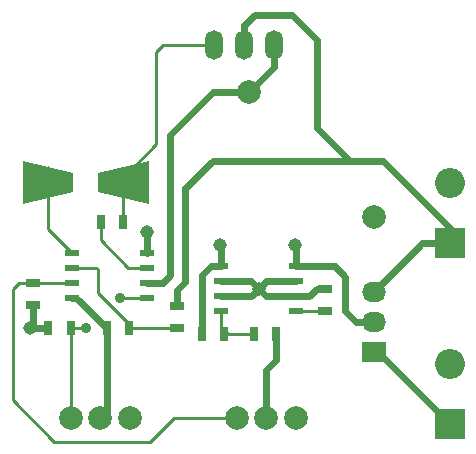
<source format=gtl>
G04 #@! TF.FileFunction,Copper,L1,Top,Signal*
%FSLAX46Y46*%
G04 Gerber Fmt 4.6, Leading zero omitted, Abs format (unit mm)*
G04 Created by KiCad (PCBNEW 4.0.4+e1-6308~48~ubuntu14.04.1-stable) date Sat Oct 22 18:10:56 2016*
%MOMM*%
%LPD*%
G01*
G04 APERTURE LIST*
%ADD10C,0.100000*%
%ADD11R,2.032000X1.727200*%
%ADD12O,2.032000X1.727200*%
%ADD13O,1.501140X2.499360*%
%ADD14R,0.700000X1.300000*%
%ADD15C,1.998980*%
%ADD16R,1.300000X0.700000*%
%ADD17C,2.000000*%
%ADD18R,1.143000X0.508000*%
%ADD19R,2.540000X2.540000*%
%ADD20O,2.540000X2.540000*%
%ADD21C,1.143000*%
%ADD22C,0.889000*%
%ADD23C,0.609600*%
%ADD24C,0.254000*%
G04 APERTURE END LIST*
D10*
G36*
X140722350Y-70291960D02*
X140722350Y-66690240D01*
X145022570Y-67691000D01*
X145022570Y-69291200D01*
X140722350Y-70291960D01*
X140722350Y-70291960D01*
G37*
G36*
X151423370Y-66690240D02*
X151423370Y-70291960D01*
X147123150Y-69291200D01*
X147123150Y-67691000D01*
X151423370Y-66690240D01*
X151423370Y-66690240D01*
G37*
D11*
X170434000Y-82804000D03*
D12*
X170434000Y-80264000D03*
X170434000Y-77724000D03*
D13*
X159473900Y-56794400D03*
X156933900Y-56794400D03*
X162013900Y-56794400D03*
D14*
X142913060Y-80802480D03*
X144813060Y-80802480D03*
X149225040Y-71851520D03*
X147325040Y-71851520D03*
D15*
X159905700Y-60769500D03*
X170512302Y-71376102D03*
D16*
X141640560Y-78841640D03*
X141640560Y-76941640D03*
X153802080Y-78927920D03*
X153802080Y-80827920D03*
D14*
X149768600Y-80810100D03*
X147868600Y-80810100D03*
D16*
X166319200Y-79364880D03*
X166319200Y-77464880D03*
D14*
X155900080Y-81259680D03*
X157800080Y-81259680D03*
X160309520Y-81259680D03*
X162209520Y-81259680D03*
D17*
X144807300Y-88366600D03*
X147307300Y-88366600D03*
X149807300Y-88366600D03*
X158853500Y-88366600D03*
X161353500Y-88366600D03*
X163853500Y-88366600D03*
D18*
X151257000Y-74406760D03*
X151257000Y-75676760D03*
X151257000Y-76946760D03*
X151257000Y-78216760D03*
X144907000Y-78216760D03*
X144907000Y-76946760D03*
X144907000Y-75676760D03*
X144907000Y-74406760D03*
X163830000Y-75565000D03*
X163830000Y-76835000D03*
X163830000Y-78105000D03*
X163830000Y-79375000D03*
X157480000Y-79375000D03*
X157480000Y-78105000D03*
X157480000Y-76835000D03*
X157480000Y-75565000D03*
D19*
X176936400Y-88912700D03*
D20*
X176936400Y-83832700D03*
D19*
X176888140Y-73619360D03*
D20*
X176888140Y-68539360D03*
D21*
X157467300Y-73723500D03*
X151262080Y-72623680D03*
X141335760Y-80802480D03*
X160705800Y-77457300D03*
X163819840Y-73781920D03*
D22*
X146060160Y-80792320D03*
X148986240Y-78211680D03*
D23*
X157480000Y-75565000D02*
X157480000Y-73736200D01*
X157480000Y-73736200D02*
X157467300Y-73723500D01*
X151257000Y-74406760D02*
X151257000Y-72628760D01*
X151257000Y-72628760D02*
X151262080Y-72623680D01*
X141640560Y-78841640D02*
X141640560Y-80497680D01*
X141640560Y-80497680D02*
X141335760Y-80802480D01*
X142913060Y-80802480D02*
X141335760Y-80802480D01*
X155920400Y-81544160D02*
X155920400Y-76286320D01*
X156641720Y-75565000D02*
X157480000Y-75565000D01*
X155920400Y-76286320D02*
X156641720Y-75565000D01*
X161353500Y-88366600D02*
X161353500Y-84358480D01*
X162209520Y-83502460D02*
X162209520Y-81259680D01*
X161353500Y-84358480D02*
X162209520Y-83502460D01*
X147868600Y-80810100D02*
X147868600Y-87805300D01*
X147868600Y-87805300D02*
X147307300Y-88366600D01*
X144907000Y-78216760D02*
X145275260Y-78216760D01*
X145275260Y-78216760D02*
X147868600Y-80810100D01*
X166319200Y-77464880D02*
X165641060Y-77464880D01*
X165000940Y-78105000D02*
X163830000Y-78105000D01*
X165641060Y-77464880D02*
X165000940Y-78105000D01*
X157480000Y-76835000D02*
X160083500Y-76835000D01*
X160083500Y-76835000D02*
X160705800Y-77457300D01*
X163830000Y-76835000D02*
X161328100Y-76835000D01*
X161328100Y-76835000D02*
X160705800Y-77457300D01*
X163830000Y-78105000D02*
X161353500Y-78105000D01*
X160058100Y-78105000D02*
X160705800Y-77457300D01*
X160058100Y-78105000D02*
X157480000Y-78105000D01*
X161353500Y-78105000D02*
X160705800Y-77457300D01*
X163830000Y-75565000D02*
X163830000Y-73792080D01*
X163830000Y-73792080D02*
X163819840Y-73781920D01*
X170434000Y-80264000D02*
X168960800Y-80264000D01*
X167157400Y-75565000D02*
X163830000Y-75565000D01*
X168021000Y-76428600D02*
X167157400Y-75565000D01*
X168021000Y-79324200D02*
X168021000Y-76428600D01*
X168960800Y-80264000D02*
X168021000Y-79324200D01*
D24*
X142872460Y-68491100D02*
X142872460Y-72372220D01*
X142872460Y-72372220D02*
X144907000Y-74406760D01*
X142872460Y-68491100D02*
X142872460Y-67198240D01*
X142872460Y-68491100D02*
X142872460Y-69336960D01*
X149225040Y-71851520D02*
X149225040Y-68539320D01*
X149225040Y-68539320D02*
X149273260Y-68491100D01*
X150644900Y-69862740D02*
X149273260Y-68491100D01*
X149273260Y-68491100D02*
X149273260Y-67988180D01*
X149273260Y-67988180D02*
X152049480Y-65211960D01*
X152643840Y-56794400D02*
X156933900Y-56794400D01*
X152049480Y-57388760D02*
X152643840Y-56794400D01*
X152049480Y-65211960D02*
X152049480Y-57388760D01*
D23*
X170434000Y-82804000D02*
X170827700Y-82804000D01*
X170827700Y-82804000D02*
X176936400Y-88912700D01*
X153802080Y-78927920D02*
X153802080Y-77597000D01*
X156855160Y-66608960D02*
X168422320Y-66608960D01*
X154508200Y-68955920D02*
X156855160Y-66608960D01*
X154508200Y-76890880D02*
X154508200Y-68955920D01*
X153802080Y-77597000D02*
X154508200Y-76890880D01*
X176888140Y-73619360D02*
X174538640Y-73619360D01*
X174538640Y-73619360D02*
X170434000Y-77724000D01*
X176888140Y-73619360D02*
X176888140Y-72280780D01*
X159473900Y-55161180D02*
X159473900Y-56794400D01*
X160375600Y-54259480D02*
X159473900Y-55161180D01*
X163504880Y-54259480D02*
X160375600Y-54259480D01*
X165628320Y-56382920D02*
X163504880Y-54259480D01*
X165628320Y-63814960D02*
X165628320Y-56382920D01*
X168478200Y-66664840D02*
X168422320Y-66608960D01*
X168422320Y-66608960D02*
X167015160Y-65201800D01*
X167015160Y-65201800D02*
X166941500Y-65128140D01*
X166941500Y-65128140D02*
X165628320Y-63814960D01*
X171272200Y-66664840D02*
X168478200Y-66664840D01*
X176888140Y-72280780D02*
X171272200Y-66664840D01*
X159905700Y-60769500D02*
X156857700Y-60769500D01*
X152587960Y-76946760D02*
X151257000Y-76946760D01*
X153212800Y-76321920D02*
X152587960Y-76946760D01*
X153212800Y-64414400D02*
X153212800Y-76321920D01*
X156857700Y-60769500D02*
X153212800Y-64414400D01*
X162013900Y-56794400D02*
X162013900Y-58661300D01*
X162013900Y-58661300D02*
X159905700Y-60769500D01*
D24*
X151257000Y-78216760D02*
X148991320Y-78216760D01*
X146050000Y-80802480D02*
X144813060Y-80802480D01*
X146060160Y-80792320D02*
X146050000Y-80802480D01*
X148991320Y-78216760D02*
X148986240Y-78211680D01*
X144813060Y-80802480D02*
X144813060Y-88360840D01*
X144813060Y-88360840D02*
X144807300Y-88366600D01*
X147325040Y-71851520D02*
X147325040Y-73357700D01*
X149644100Y-75676760D02*
X151257000Y-75676760D01*
X147325040Y-73357700D02*
X149644100Y-75676760D01*
X158853500Y-88366600D02*
X153537920Y-88366600D01*
X140418860Y-76941640D02*
X141640560Y-76941640D01*
X139898120Y-77462380D02*
X140418860Y-76941640D01*
X139898120Y-86923880D02*
X139898120Y-77462380D01*
X143388080Y-90413840D02*
X139898120Y-86923880D01*
X151490680Y-90413840D02*
X143388080Y-90413840D01*
X153537920Y-88366600D02*
X151490680Y-90413840D01*
X141640560Y-76941640D02*
X144901880Y-76941640D01*
X144901880Y-76941640D02*
X144907000Y-76946760D01*
X149768600Y-80810100D02*
X149768600Y-80477400D01*
X149768600Y-80477400D02*
X147076160Y-77784960D01*
X146918680Y-75676760D02*
X144907000Y-75676760D01*
X147076160Y-75834240D02*
X146918680Y-75676760D01*
X147076160Y-77784960D02*
X147076160Y-75834240D01*
X153802080Y-80827920D02*
X149786420Y-80827920D01*
X149786420Y-80827920D02*
X149768600Y-80810100D01*
X163830000Y-79375000D02*
X166309080Y-79375000D01*
X166309080Y-79375000D02*
X166319200Y-79364880D01*
X157480000Y-79375000D02*
X157480000Y-80614480D01*
X157480000Y-80614480D02*
X158125200Y-81259680D01*
X158125200Y-81259680D02*
X160309520Y-81259680D01*
M02*

</source>
